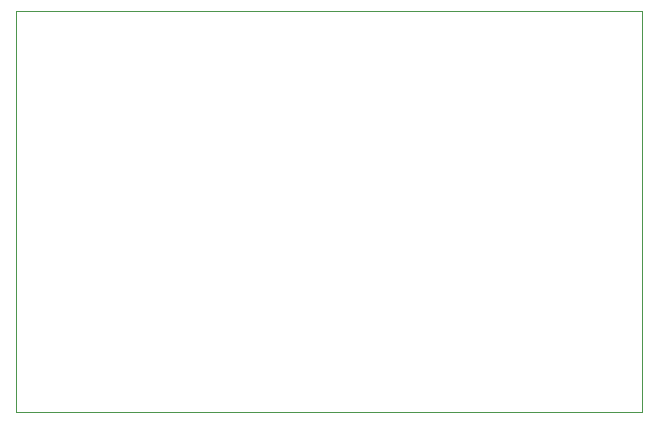
<source format=gm1>
%TF.GenerationSoftware,KiCad,Pcbnew,7.0.1*%
%TF.CreationDate,2023-07-06T22:47:11-05:00*%
%TF.ProjectId,squishbox1,73717569-7368-4626-9f78-312e6b696361,rev?*%
%TF.SameCoordinates,Original*%
%TF.FileFunction,Profile,NP*%
%FSLAX46Y46*%
G04 Gerber Fmt 4.6, Leading zero omitted, Abs format (unit mm)*
G04 Created by KiCad (PCBNEW 7.0.1) date 2023-07-06 22:47:11*
%MOMM*%
%LPD*%
G01*
G04 APERTURE LIST*
%TA.AperFunction,Profile*%
%ADD10C,0.100000*%
%TD*%
G04 APERTURE END LIST*
D10*
X86000000Y-47000000D02*
X139000000Y-47000000D01*
X139000000Y-81000000D01*
X86000000Y-81000000D01*
X86000000Y-47000000D01*
M02*

</source>
